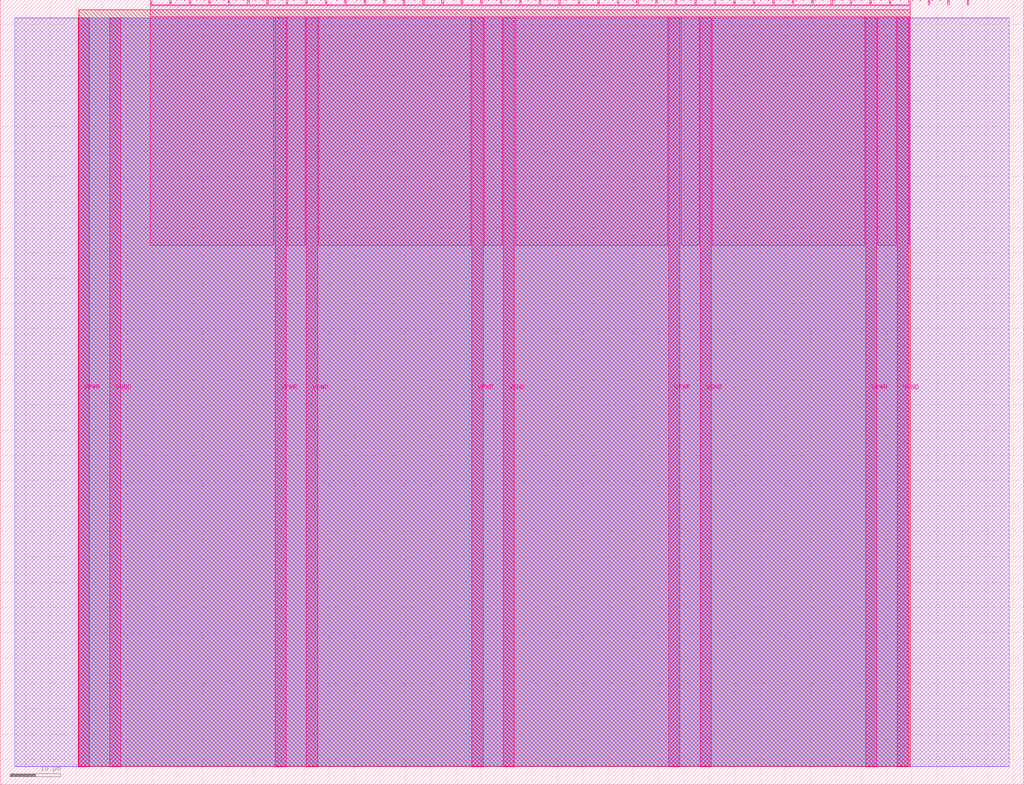
<source format=lef>
VERSION 5.7 ;
  NOWIREEXTENSIONATPIN ON ;
  DIVIDERCHAR "/" ;
  BUSBITCHARS "[]" ;
MACRO tt_um_wallento_4bit_toycpu
  CLASS BLOCK ;
  FOREIGN tt_um_wallento_4bit_toycpu ;
  ORIGIN 0.000 0.000 ;
  SIZE 202.080 BY 154.980 ;
  PIN VGND
    DIRECTION INOUT ;
    USE GROUND ;
    PORT
      LAYER Metal5 ;
        RECT 21.580 3.560 23.780 151.420 ;
    END
    PORT
      LAYER Metal5 ;
        RECT 60.450 3.560 62.650 151.420 ;
    END
    PORT
      LAYER Metal5 ;
        RECT 99.320 3.560 101.520 151.420 ;
    END
    PORT
      LAYER Metal5 ;
        RECT 138.190 3.560 140.390 151.420 ;
    END
    PORT
      LAYER Metal5 ;
        RECT 177.060 3.560 179.260 151.420 ;
    END
  END VGND
  PIN VPWR
    DIRECTION INOUT ;
    USE POWER ;
    PORT
      LAYER Metal5 ;
        RECT 15.380 3.560 17.580 151.420 ;
    END
    PORT
      LAYER Metal5 ;
        RECT 54.250 3.560 56.450 151.420 ;
    END
    PORT
      LAYER Metal5 ;
        RECT 93.120 3.560 95.320 151.420 ;
    END
    PORT
      LAYER Metal5 ;
        RECT 131.990 3.560 134.190 151.420 ;
    END
    PORT
      LAYER Metal5 ;
        RECT 170.860 3.560 173.060 151.420 ;
    END
  END VPWR
  PIN clk
    DIRECTION INPUT ;
    USE SIGNAL ;
    PORT
      LAYER Metal5 ;
        RECT 187.050 153.980 187.350 154.980 ;
    END
  END clk
  PIN ena
    DIRECTION INPUT ;
    USE SIGNAL ;
    PORT
      LAYER Metal5 ;
        RECT 190.890 153.980 191.190 154.980 ;
    END
  END ena
  PIN rst_n
    DIRECTION INPUT ;
    USE SIGNAL ;
    PORT
      LAYER Metal5 ;
        RECT 183.210 153.980 183.510 154.980 ;
    END
  END rst_n
  PIN ui_in[0]
    DIRECTION INPUT ;
    USE SIGNAL ;
    ANTENNAGATEAREA 0.213200 ;
    PORT
      LAYER Metal5 ;
        RECT 179.370 153.980 179.670 154.980 ;
    END
  END ui_in[0]
  PIN ui_in[1]
    DIRECTION INPUT ;
    USE SIGNAL ;
    ANTENNAGATEAREA 0.213200 ;
    PORT
      LAYER Metal5 ;
        RECT 175.530 153.980 175.830 154.980 ;
    END
  END ui_in[1]
  PIN ui_in[2]
    DIRECTION INPUT ;
    USE SIGNAL ;
    ANTENNAGATEAREA 0.213200 ;
    PORT
      LAYER Metal5 ;
        RECT 171.690 153.980 171.990 154.980 ;
    END
  END ui_in[2]
  PIN ui_in[3]
    DIRECTION INPUT ;
    USE SIGNAL ;
    ANTENNAGATEAREA 0.213200 ;
    PORT
      LAYER Metal5 ;
        RECT 167.850 153.980 168.150 154.980 ;
    END
  END ui_in[3]
  PIN ui_in[4]
    DIRECTION INPUT ;
    USE SIGNAL ;
    ANTENNAGATEAREA 0.180700 ;
    PORT
      LAYER Metal5 ;
        RECT 164.010 153.980 164.310 154.980 ;
    END
  END ui_in[4]
  PIN ui_in[5]
    DIRECTION INPUT ;
    USE SIGNAL ;
    PORT
      LAYER Metal5 ;
        RECT 160.170 153.980 160.470 154.980 ;
    END
  END ui_in[5]
  PIN ui_in[6]
    DIRECTION INPUT ;
    USE SIGNAL ;
    PORT
      LAYER Metal5 ;
        RECT 156.330 153.980 156.630 154.980 ;
    END
  END ui_in[6]
  PIN ui_in[7]
    DIRECTION INPUT ;
    USE SIGNAL ;
    PORT
      LAYER Metal5 ;
        RECT 152.490 153.980 152.790 154.980 ;
    END
  END ui_in[7]
  PIN uio_in[0]
    DIRECTION INPUT ;
    USE SIGNAL ;
    ANTENNAGATEAREA 0.213200 ;
    PORT
      LAYER Metal5 ;
        RECT 148.650 153.980 148.950 154.980 ;
    END
  END uio_in[0]
  PIN uio_in[1]
    DIRECTION INPUT ;
    USE SIGNAL ;
    ANTENNAGATEAREA 0.213200 ;
    PORT
      LAYER Metal5 ;
        RECT 144.810 153.980 145.110 154.980 ;
    END
  END uio_in[1]
  PIN uio_in[2]
    DIRECTION INPUT ;
    USE SIGNAL ;
    ANTENNAGATEAREA 0.180700 ;
    PORT
      LAYER Metal5 ;
        RECT 140.970 153.980 141.270 154.980 ;
    END
  END uio_in[2]
  PIN uio_in[3]
    DIRECTION INPUT ;
    USE SIGNAL ;
    ANTENNAGATEAREA 0.180700 ;
    PORT
      LAYER Metal5 ;
        RECT 137.130 153.980 137.430 154.980 ;
    END
  END uio_in[3]
  PIN uio_in[4]
    DIRECTION INPUT ;
    USE SIGNAL ;
    ANTENNAGATEAREA 0.180700 ;
    PORT
      LAYER Metal5 ;
        RECT 133.290 153.980 133.590 154.980 ;
    END
  END uio_in[4]
  PIN uio_in[5]
    DIRECTION INPUT ;
    USE SIGNAL ;
    ANTENNAGATEAREA 0.180700 ;
    PORT
      LAYER Metal5 ;
        RECT 129.450 153.980 129.750 154.980 ;
    END
  END uio_in[5]
  PIN uio_in[6]
    DIRECTION INPUT ;
    USE SIGNAL ;
    ANTENNAGATEAREA 0.180700 ;
    PORT
      LAYER Metal5 ;
        RECT 125.610 153.980 125.910 154.980 ;
    END
  END uio_in[6]
  PIN uio_in[7]
    DIRECTION INPUT ;
    USE SIGNAL ;
    ANTENNAGATEAREA 0.180700 ;
    PORT
      LAYER Metal5 ;
        RECT 121.770 153.980 122.070 154.980 ;
    END
  END uio_in[7]
  PIN uio_oe[0]
    DIRECTION OUTPUT ;
    USE SIGNAL ;
    ANTENNADIFFAREA 0.654800 ;
    PORT
      LAYER Metal5 ;
        RECT 56.490 153.980 56.790 154.980 ;
    END
  END uio_oe[0]
  PIN uio_oe[1]
    DIRECTION OUTPUT ;
    USE SIGNAL ;
    ANTENNADIFFAREA 0.654800 ;
    PORT
      LAYER Metal5 ;
        RECT 52.650 153.980 52.950 154.980 ;
    END
  END uio_oe[1]
  PIN uio_oe[2]
    DIRECTION OUTPUT ;
    USE SIGNAL ;
    ANTENNADIFFAREA 0.654800 ;
    PORT
      LAYER Metal5 ;
        RECT 48.810 153.980 49.110 154.980 ;
    END
  END uio_oe[2]
  PIN uio_oe[3]
    DIRECTION OUTPUT ;
    USE SIGNAL ;
    ANTENNADIFFAREA 0.654800 ;
    PORT
      LAYER Metal5 ;
        RECT 44.970 153.980 45.270 154.980 ;
    END
  END uio_oe[3]
  PIN uio_oe[4]
    DIRECTION OUTPUT ;
    USE SIGNAL ;
    ANTENNADIFFAREA 0.654800 ;
    PORT
      LAYER Metal5 ;
        RECT 41.130 153.980 41.430 154.980 ;
    END
  END uio_oe[4]
  PIN uio_oe[5]
    DIRECTION OUTPUT ;
    USE SIGNAL ;
    ANTENNADIFFAREA 0.654800 ;
    PORT
      LAYER Metal5 ;
        RECT 37.290 153.980 37.590 154.980 ;
    END
  END uio_oe[5]
  PIN uio_oe[6]
    DIRECTION OUTPUT ;
    USE SIGNAL ;
    ANTENNADIFFAREA 0.706800 ;
    PORT
      LAYER Metal5 ;
        RECT 33.450 153.980 33.750 154.980 ;
    END
  END uio_oe[6]
  PIN uio_oe[7]
    DIRECTION OUTPUT ;
    USE SIGNAL ;
    ANTENNAGATEAREA 1.297400 ;
    ANTENNADIFFAREA 0.706800 ;
    PORT
      LAYER Metal5 ;
        RECT 29.610 153.980 29.910 154.980 ;
    END
  END uio_oe[7]
  PIN uio_out[0]
    DIRECTION OUTPUT ;
    USE SIGNAL ;
    ANTENNAGATEAREA 0.762600 ;
    ANTENNADIFFAREA 0.632400 ;
    PORT
      LAYER Metal5 ;
        RECT 87.210 153.980 87.510 154.980 ;
    END
  END uio_out[0]
  PIN uio_out[1]
    DIRECTION OUTPUT ;
    USE SIGNAL ;
    ANTENNAGATEAREA 1.488800 ;
    ANTENNADIFFAREA 0.632400 ;
    PORT
      LAYER Metal5 ;
        RECT 83.370 153.980 83.670 154.980 ;
    END
  END uio_out[1]
  PIN uio_out[2]
    DIRECTION OUTPUT ;
    USE SIGNAL ;
    ANTENNAGATEAREA 1.037400 ;
    ANTENNADIFFAREA 0.632400 ;
    PORT
      LAYER Metal5 ;
        RECT 79.530 153.980 79.830 154.980 ;
    END
  END uio_out[2]
  PIN uio_out[3]
    DIRECTION OUTPUT ;
    USE SIGNAL ;
    ANTENNAGATEAREA 1.510600 ;
    ANTENNADIFFAREA 0.632400 ;
    PORT
      LAYER Metal5 ;
        RECT 75.690 153.980 75.990 154.980 ;
    END
  END uio_out[3]
  PIN uio_out[4]
    DIRECTION OUTPUT ;
    USE SIGNAL ;
    ANTENNADIFFAREA 0.299200 ;
    PORT
      LAYER Metal5 ;
        RECT 71.850 153.980 72.150 154.980 ;
    END
  END uio_out[4]
  PIN uio_out[5]
    DIRECTION OUTPUT ;
    USE SIGNAL ;
    ANTENNADIFFAREA 0.299200 ;
    PORT
      LAYER Metal5 ;
        RECT 68.010 153.980 68.310 154.980 ;
    END
  END uio_out[5]
  PIN uio_out[6]
    DIRECTION OUTPUT ;
    USE SIGNAL ;
    ANTENNADIFFAREA 0.299200 ;
    PORT
      LAYER Metal5 ;
        RECT 64.170 153.980 64.470 154.980 ;
    END
  END uio_out[6]
  PIN uio_out[7]
    DIRECTION OUTPUT ;
    USE SIGNAL ;
    ANTENNADIFFAREA 0.299200 ;
    PORT
      LAYER Metal5 ;
        RECT 60.330 153.980 60.630 154.980 ;
    END
  END uio_out[7]
  PIN uo_out[0]
    DIRECTION OUTPUT ;
    USE SIGNAL ;
    ANTENNADIFFAREA 1.008100 ;
    PORT
      LAYER Metal5 ;
        RECT 117.930 153.980 118.230 154.980 ;
    END
  END uo_out[0]
  PIN uo_out[1]
    DIRECTION OUTPUT ;
    USE SIGNAL ;
    ANTENNADIFFAREA 1.008100 ;
    PORT
      LAYER Metal5 ;
        RECT 114.090 153.980 114.390 154.980 ;
    END
  END uo_out[1]
  PIN uo_out[2]
    DIRECTION OUTPUT ;
    USE SIGNAL ;
    ANTENNADIFFAREA 1.023000 ;
    PORT
      LAYER Metal5 ;
        RECT 110.250 153.980 110.550 154.980 ;
    END
  END uo_out[2]
  PIN uo_out[3]
    DIRECTION OUTPUT ;
    USE SIGNAL ;
    ANTENNADIFFAREA 1.023000 ;
    PORT
      LAYER Metal5 ;
        RECT 106.410 153.980 106.710 154.980 ;
    END
  END uo_out[3]
  PIN uo_out[4]
    DIRECTION OUTPUT ;
    USE SIGNAL ;
    ANTENNADIFFAREA 0.654800 ;
    PORT
      LAYER Metal5 ;
        RECT 102.570 153.980 102.870 154.980 ;
    END
  END uo_out[4]
  PIN uo_out[5]
    DIRECTION OUTPUT ;
    USE SIGNAL ;
    ANTENNADIFFAREA 0.654800 ;
    PORT
      LAYER Metal5 ;
        RECT 98.730 153.980 99.030 154.980 ;
    END
  END uo_out[5]
  PIN uo_out[6]
    DIRECTION OUTPUT ;
    USE SIGNAL ;
    ANTENNADIFFAREA 0.299200 ;
    PORT
      LAYER Metal5 ;
        RECT 94.890 153.980 95.190 154.980 ;
    END
  END uo_out[6]
  PIN uo_out[7]
    DIRECTION OUTPUT ;
    USE SIGNAL ;
    ANTENNADIFFAREA 0.299200 ;
    PORT
      LAYER Metal5 ;
        RECT 91.050 153.980 91.350 154.980 ;
    END
  END uo_out[7]
  OBS
      LAYER GatPoly ;
        RECT 2.880 3.630 199.200 151.350 ;
      LAYER Metal1 ;
        RECT 2.880 3.560 199.200 151.420 ;
      LAYER Metal2 ;
        RECT 15.515 3.680 179.665 151.300 ;
      LAYER Metal3 ;
        RECT 15.560 3.635 179.620 153.025 ;
      LAYER Metal4 ;
        RECT 15.515 3.680 179.665 152.980 ;
      LAYER Metal5 ;
        RECT 30.120 153.770 33.240 153.980 ;
        RECT 33.960 153.770 37.080 153.980 ;
        RECT 37.800 153.770 40.920 153.980 ;
        RECT 41.640 153.770 44.760 153.980 ;
        RECT 45.480 153.770 48.600 153.980 ;
        RECT 49.320 153.770 52.440 153.980 ;
        RECT 53.160 153.770 56.280 153.980 ;
        RECT 57.000 153.770 60.120 153.980 ;
        RECT 60.840 153.770 63.960 153.980 ;
        RECT 64.680 153.770 67.800 153.980 ;
        RECT 68.520 153.770 71.640 153.980 ;
        RECT 72.360 153.770 75.480 153.980 ;
        RECT 76.200 153.770 79.320 153.980 ;
        RECT 80.040 153.770 83.160 153.980 ;
        RECT 83.880 153.770 87.000 153.980 ;
        RECT 87.720 153.770 90.840 153.980 ;
        RECT 91.560 153.770 94.680 153.980 ;
        RECT 95.400 153.770 98.520 153.980 ;
        RECT 99.240 153.770 102.360 153.980 ;
        RECT 103.080 153.770 106.200 153.980 ;
        RECT 106.920 153.770 110.040 153.980 ;
        RECT 110.760 153.770 113.880 153.980 ;
        RECT 114.600 153.770 117.720 153.980 ;
        RECT 118.440 153.770 121.560 153.980 ;
        RECT 122.280 153.770 125.400 153.980 ;
        RECT 126.120 153.770 129.240 153.980 ;
        RECT 129.960 153.770 133.080 153.980 ;
        RECT 133.800 153.770 136.920 153.980 ;
        RECT 137.640 153.770 140.760 153.980 ;
        RECT 141.480 153.770 144.600 153.980 ;
        RECT 145.320 153.770 148.440 153.980 ;
        RECT 149.160 153.770 152.280 153.980 ;
        RECT 153.000 153.770 156.120 153.980 ;
        RECT 156.840 153.770 159.960 153.980 ;
        RECT 160.680 153.770 163.800 153.980 ;
        RECT 164.520 153.770 167.640 153.980 ;
        RECT 168.360 153.770 171.480 153.980 ;
        RECT 172.200 153.770 175.320 153.980 ;
        RECT 176.040 153.770 179.160 153.980 ;
        RECT 29.660 151.630 179.620 153.770 ;
        RECT 29.660 106.535 54.040 151.630 ;
        RECT 56.660 106.535 60.240 151.630 ;
        RECT 62.860 106.535 92.910 151.630 ;
        RECT 95.530 106.535 99.110 151.630 ;
        RECT 101.730 106.535 131.780 151.630 ;
        RECT 134.400 106.535 137.980 151.630 ;
        RECT 140.600 106.535 170.650 151.630 ;
        RECT 173.270 106.535 176.850 151.630 ;
        RECT 179.470 106.535 179.620 151.630 ;
  END
END tt_um_wallento_4bit_toycpu
END LIBRARY


</source>
